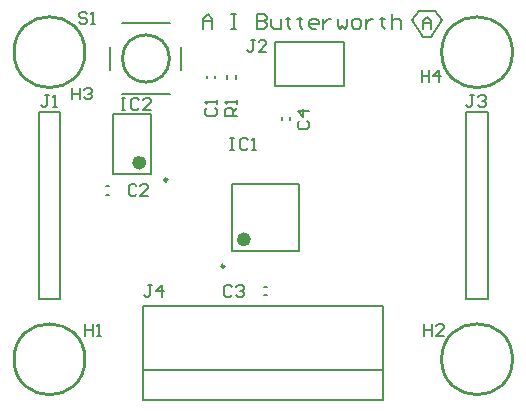
<source format=gto>
%FSAX43Y43*%
%MOMM*%
G71*
G01*
G75*
G04 Layer_Color=65535*
%ADD10R,0.550X1.750*%
%ADD11R,1.750X0.550*%
%ADD12R,0.900X0.950*%
%ADD13R,1.000X0.950*%
%ADD14R,1.700X0.350*%
%ADD15R,0.950X0.900*%
%ADD16C,0.600*%
%ADD17C,0.300*%
%ADD18C,0.400*%
%ADD19C,0.200*%
%ADD20C,5.000*%
%ADD21C,2.000*%
%ADD22C,1.200*%
%ADD23R,1.200X1.200*%
%ADD24R,1.200X1.200*%
%ADD25C,1.200*%
%ADD26R,1.200X1.200*%
%ADD27C,0.800*%
%ADD28C,1.000*%
%ADD29C,0.500*%
%ADD30C,0.254*%
%ADD31C,0.250*%
D16*
X0020750Y0014150D02*
G03*
X0020750Y0014150I-0000300J0000000D01*
G01*
X0011900Y0020650D02*
G03*
X0011900Y0020650I-0000300J0000000D01*
G01*
D19*
X0019450Y0013150D02*
X0025150Y0013150D01*
X0019450Y0018850D02*
X0025150Y0018850D01*
X0019450Y0013150D02*
X0019450Y0018850D01*
X0025150Y0013150D02*
X0025150Y0018850D01*
X0010164Y0032465D02*
X0014164Y0032465D01*
X0009164Y0028465D02*
X0009164Y0030465D01*
X0010164Y0026465D02*
X0014164Y0026465D01*
X0015164Y0028465D02*
X0015164Y0030465D01*
X0017350Y0027800D02*
X0017350Y0028000D01*
X0018050Y0027800D02*
X0018050Y0028000D01*
X0019800Y0027750D02*
X0019800Y0028050D01*
X0019000Y0027750D02*
X0019000Y0028050D01*
X0009400Y0024750D02*
X0012600Y0024750D01*
X0009400Y0019650D02*
X0012600Y0019650D01*
X0009400Y0019650D02*
X0009400Y0024750D01*
X0012600Y0019650D02*
X0012600Y0024750D01*
X0008800Y0018650D02*
X0009000Y0018650D01*
X0008800Y0017950D02*
X0009000Y0017950D01*
X0023650Y0024300D02*
X0023650Y0024500D01*
X0024350Y0024300D02*
X0024350Y0024500D01*
X0004900Y0009100D02*
X0004900Y0024900D01*
X0003100Y0024900D02*
X0004900Y0024900D01*
X0003100Y0009100D02*
X0003100Y0024900D01*
X0003100Y0009100D02*
X0004900Y0009100D01*
X0028900Y0027100D02*
X0028900Y0030900D01*
X0023100Y0027100D02*
X0028900Y0027100D01*
X0023100Y0027100D02*
X0023100Y0030900D01*
X0028900Y0030900D01*
X0022200Y0010150D02*
X0022400Y0010150D01*
X0022200Y0009450D02*
X0022400Y0009450D01*
X0041100Y0009100D02*
X0041100Y0024900D01*
X0039300Y0024900D02*
X0041100Y0024900D01*
X0039300Y0009100D02*
X0039300Y0024900D01*
X0039300Y0009100D02*
X0041100Y0009100D01*
X0032270Y0000550D02*
X0032270Y0008500D01*
X0011950Y0008500D02*
X0032270Y0008500D01*
X0011950Y0000550D02*
X0011950Y0008500D01*
X0011950Y0000550D02*
X0032270Y0000550D01*
X0011950Y0003050D02*
X0032270Y0003050D01*
X0036600Y0033500D02*
X0037200Y0032700D01*
X0036300Y0031300D02*
X0037200Y0032700D01*
X0035600Y0031300D02*
X0036300Y0031300D01*
X0034700Y0032700D02*
X0035600Y0031300D01*
X0034700Y0032700D02*
X0035300Y0033500D01*
X0036600Y0033500D01*
X0035700Y0007000D02*
X0035700Y0006000D01*
X0035700Y0006500D01*
X0036366Y0006500D01*
X0036366Y0007000D01*
X0036366Y0006000D01*
X0037366Y0006000D02*
X0036700Y0006000D01*
X0037366Y0006666D01*
X0037366Y0006833D01*
X0037200Y0007000D01*
X0036866Y0007000D01*
X0036700Y0006833D01*
X0007000Y0007000D02*
X0007000Y0006000D01*
X0007000Y0006500D01*
X0007666Y0006500D01*
X0007666Y0007000D01*
X0007666Y0006000D01*
X0008000Y0006000D02*
X0008333Y0006000D01*
X0008166Y0006000D01*
X0008166Y0007000D01*
X0008000Y0006833D01*
X0019300Y0022700D02*
X0019633Y0022700D01*
X0019467Y0022700D01*
X0019467Y0021700D01*
X0019300Y0021700D01*
X0019633Y0021700D01*
X0020800Y0022533D02*
X0020633Y0022700D01*
X0020300Y0022700D01*
X0020133Y0022533D01*
X0020133Y0021867D01*
X0020300Y0021700D01*
X0020633Y0021700D01*
X0020800Y0021867D01*
X0021133Y0021700D02*
X0021466Y0021700D01*
X0021299Y0021700D01*
X0021299Y0022700D01*
X0021133Y0022533D01*
X0035500Y0028500D02*
X0035500Y0027500D01*
X0035500Y0028000D01*
X0036166Y0028000D01*
X0036166Y0028500D01*
X0036166Y0027500D01*
X0037000Y0027500D02*
X0037000Y0028500D01*
X0036500Y0028000D01*
X0037166Y0028000D01*
X0005900Y0027000D02*
X0005900Y0026000D01*
X0005900Y0026500D01*
X0006566Y0026500D01*
X0006566Y0027000D01*
X0006566Y0026000D01*
X0006900Y0026833D02*
X0007066Y0027000D01*
X0007400Y0027000D01*
X0007566Y0026833D01*
X0007566Y0026666D01*
X0007400Y0026500D01*
X0007233Y0026500D01*
X0007400Y0026500D01*
X0007566Y0026333D01*
X0007566Y0026167D01*
X0007400Y0026000D01*
X0007066Y0026000D01*
X0006900Y0026167D01*
X0007166Y0033233D02*
X0007000Y0033400D01*
X0006667Y0033400D01*
X0006500Y0033233D01*
X0006500Y0033066D01*
X0006667Y0032900D01*
X0007000Y0032900D01*
X0007166Y0032733D01*
X0007166Y0032567D01*
X0007000Y0032400D01*
X0006667Y0032400D01*
X0006500Y0032567D01*
X0007500Y0032400D02*
X0007833Y0032400D01*
X0007666Y0032400D01*
X0007666Y0033400D01*
X0007500Y0033233D01*
X0017367Y0025266D02*
X0017200Y0025100D01*
X0017200Y0024767D01*
X0017367Y0024600D01*
X0018033Y0024600D01*
X0018200Y0024767D01*
X0018200Y0025100D01*
X0018033Y0025266D01*
X0018200Y0025600D02*
X0018200Y0025933D01*
X0018200Y0025766D01*
X0017200Y0025766D01*
X0017367Y0025600D01*
X0019900Y0024600D02*
X0018900Y0024600D01*
X0018900Y0025100D01*
X0019067Y0025266D01*
X0019400Y0025266D01*
X0019567Y0025100D01*
X0019567Y0024600D01*
X0019567Y0024933D02*
X0019900Y0025266D01*
X0019900Y0025600D02*
X0019900Y0025933D01*
X0019900Y0025766D01*
X0018900Y0025766D01*
X0019067Y0025600D01*
X0010100Y0026100D02*
X0010433Y0026100D01*
X0010267Y0026100D01*
X0010267Y0025100D01*
X0010100Y0025100D01*
X0010433Y0025100D01*
X0011600Y0025933D02*
X0011433Y0026100D01*
X0011100Y0026100D01*
X0010933Y0025933D01*
X0010933Y0025267D01*
X0011100Y0025100D01*
X0011433Y0025100D01*
X0011600Y0025267D01*
X0012599Y0025100D02*
X0011933Y0025100D01*
X0012599Y0025766D01*
X0012599Y0025933D01*
X0012433Y0026100D01*
X0012099Y0026100D01*
X0011933Y0025933D01*
X0011366Y0018633D02*
X0011200Y0018800D01*
X0010867Y0018800D01*
X0010700Y0018633D01*
X0010700Y0017967D01*
X0010867Y0017800D01*
X0011200Y0017800D01*
X0011366Y0017967D01*
X0012366Y0017800D02*
X0011700Y0017800D01*
X0012366Y0018466D01*
X0012366Y0018633D01*
X0012200Y0018800D01*
X0011866Y0018800D01*
X0011700Y0018633D01*
X0025167Y0024166D02*
X0025000Y0024000D01*
X0025000Y0023667D01*
X0025167Y0023500D01*
X0025833Y0023500D01*
X0026000Y0023667D01*
X0026000Y0024000D01*
X0025833Y0024166D01*
X0026000Y0025000D02*
X0025000Y0025000D01*
X0025500Y0024500D01*
X0025500Y0025166D01*
X0003966Y0026400D02*
X0003633Y0026400D01*
X0003800Y0026400D01*
X0003800Y0025567D01*
X0003633Y0025400D01*
X0003467Y0025400D01*
X0003300Y0025567D01*
X0004300Y0025400D02*
X0004633Y0025400D01*
X0004466Y0025400D01*
X0004466Y0026400D01*
X0004300Y0026233D01*
X0021366Y0031000D02*
X0021033Y0031000D01*
X0021200Y0031000D01*
X0021200Y0030167D01*
X0021033Y0030000D01*
X0020867Y0030000D01*
X0020700Y0030167D01*
X0022366Y0030000D02*
X0021700Y0030000D01*
X0022366Y0030666D01*
X0022366Y0030833D01*
X0022200Y0031000D01*
X0021866Y0031000D01*
X0021700Y0030833D01*
X0019466Y0010133D02*
X0019300Y0010300D01*
X0018967Y0010300D01*
X0018800Y0010133D01*
X0018800Y0009467D01*
X0018967Y0009300D01*
X0019300Y0009300D01*
X0019466Y0009467D01*
X0019800Y0010133D02*
X0019966Y0010300D01*
X0020300Y0010300D01*
X0020466Y0010133D01*
X0020466Y0009966D01*
X0020300Y0009800D01*
X0020133Y0009800D01*
X0020300Y0009800D01*
X0020466Y0009633D01*
X0020466Y0009467D01*
X0020300Y0009300D01*
X0019966Y0009300D01*
X0019800Y0009467D01*
X0039966Y0026400D02*
X0039633Y0026400D01*
X0039800Y0026400D01*
X0039800Y0025567D01*
X0039633Y0025400D01*
X0039467Y0025400D01*
X0039300Y0025567D01*
X0040300Y0026233D02*
X0040466Y0026400D01*
X0040800Y0026400D01*
X0040966Y0026233D01*
X0040966Y0026066D01*
X0040800Y0025900D01*
X0040633Y0025900D01*
X0040800Y0025900D01*
X0040966Y0025733D01*
X0040966Y0025567D01*
X0040800Y0025400D01*
X0040466Y0025400D01*
X0040300Y0025567D01*
X0012705Y0010298D02*
X0012372Y0010298D01*
X0012538Y0010298D01*
X0012538Y0009465D01*
X0012372Y0009299D01*
X0012205Y0009299D01*
X0012039Y0009465D01*
X0013538Y0009299D02*
X0013538Y0010298D01*
X0013038Y0009799D01*
X0013705Y0009799D01*
X0035600Y0032000D02*
X0035600Y0032666D01*
X0035933Y0033000D01*
X0036266Y0032666D01*
X0036266Y0032000D01*
X0036266Y0032500D01*
X0035600Y0032500D01*
X0017000Y0032000D02*
X0017000Y0032800D01*
X0017400Y0033200D01*
X0017800Y0032800D01*
X0017800Y0032000D01*
X0017800Y0032600D01*
X0017000Y0032600D01*
X0019399Y0033200D02*
X0019799Y0033200D01*
X0019599Y0033200D01*
X0019599Y0032000D01*
X0019399Y0032000D01*
X0019799Y0032000D01*
X0021598Y0033200D02*
X0021598Y0032000D01*
X0022198Y0032000D01*
X0022398Y0032200D01*
X0022398Y0032400D01*
X0022198Y0032600D01*
X0021598Y0032600D01*
X0022198Y0032600D01*
X0022398Y0032800D01*
X0022398Y0033000D01*
X0022198Y0033200D01*
X0021598Y0033200D01*
X0022798Y0032800D02*
X0022798Y0032200D01*
X0022998Y0032000D01*
X0023598Y0032000D01*
X0023598Y0032800D01*
X0024198Y0033000D02*
X0024198Y0032800D01*
X0023998Y0032800D01*
X0024398Y0032800D01*
X0024198Y0032800D01*
X0024198Y0032200D01*
X0024398Y0032000D01*
X0025197Y0033000D02*
X0025197Y0032800D01*
X0024997Y0032800D01*
X0025397Y0032800D01*
X0025197Y0032800D01*
X0025197Y0032200D01*
X0025397Y0032000D01*
X0026597Y0032000D02*
X0026197Y0032000D01*
X0025997Y0032200D01*
X0025997Y0032600D01*
X0026197Y0032800D01*
X0026597Y0032800D01*
X0026797Y0032600D01*
X0026797Y0032400D01*
X0025997Y0032400D01*
X0027197Y0032800D02*
X0027197Y0032000D01*
X0027197Y0032400D01*
X0027397Y0032600D01*
X0027597Y0032800D01*
X0027796Y0032800D01*
X0028396Y0032800D02*
X0028396Y0032200D01*
X0028596Y0032000D01*
X0028796Y0032200D01*
X0028996Y0032000D01*
X0029196Y0032200D01*
X0029196Y0032800D01*
X0029796Y0032000D02*
X0030196Y0032000D01*
X0030396Y0032200D01*
X0030396Y0032600D01*
X0030196Y0032800D01*
X0029796Y0032800D01*
X0029596Y0032600D01*
X0029596Y0032200D01*
X0029796Y0032000D01*
X0030796Y0032800D02*
X0030796Y0032000D01*
X0030796Y0032400D01*
X0030995Y0032600D01*
X0031195Y0032800D01*
X0031395Y0032800D01*
X0032195Y0033000D02*
X0032195Y0032800D01*
X0031995Y0032800D01*
X0032395Y0032800D01*
X0032195Y0032800D01*
X0032195Y0032200D01*
X0032395Y0032000D01*
X0032995Y0033200D02*
X0032995Y0032000D01*
X0032995Y0032600D01*
X0033195Y0032800D01*
X0033595Y0032800D01*
X0033795Y0032600D01*
X0033795Y0032000D01*
D30*
X0043200Y0004000D02*
G03*
X0043200Y0004000I-0003000J0000000D01*
G01*
X0007000Y0004000D02*
G03*
X0007000Y0004000I-0003000J0000000D01*
G01*
X0043200Y0030000D02*
G03*
X0043200Y0030000I-0003000J0000000D01*
G01*
X0007000Y0030000D02*
G03*
X0007000Y0030000I-0003000J0000000D01*
G01*
X0014164Y0029465D02*
G03*
X0014164Y0029465I-0002000J0000000D01*
G01*
D31*
X0018800Y0011875D02*
G03*
X0018800Y0011875I-0000125J0000000D01*
G01*
X0013975Y0019200D02*
G03*
X0013975Y0019200I-0000125J0000000D01*
G01*
M02*

</source>
